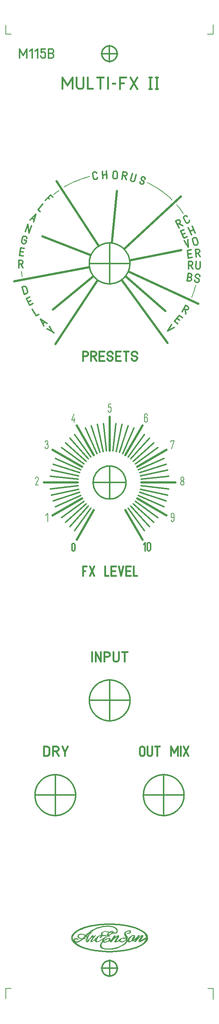
<source format=gbr>
G04 CAM350/DFMSTREAM V12.1 (Build 1022) Date:  Wed Sep 01 16:15:22 2021 *
G04 Database: D:\Mes documents\Projects\Modular Synth\M115B Multi Effects II\Front panel design\CAM350\M115B.cam *
G04 Layer 14: M115B_front_panel *
%FSLAX23Y23*%
%MOIN*%
%SFA1.000B1.000*%

%MIA0B0*%
%IPPOS*%
%ADD10C,0.00551*%
%ADD11C,0.00787*%
%ADD12C,0.01024*%
%ADD13C,0.01102*%
%ADD14C,0.01181*%
%ADD16C,0.01339*%
%ADD17C,0.01417*%
%ADD18C,0.01496*%
%ADD19C,0.01654*%
%ADD70C,0.01732*%
%ADD71C,0.01890*%
%ADD20C,0.01969*%
%LNM115B_front_panel*%
%LPD*%
G54D10*
X965Y614D02*
G01X969Y619D01*
X972Y620*
X975*
X978Y621*
X983Y622*
X985Y620*
X979*
X978*
X975*
X972Y618*
X970Y616*
X969Y613*
X973Y612*
X976Y611*
X982Y609*
Y610*
X892Y586D02*
G01X898D01*
X900Y584*
X905Y583*
X909Y582*
X915*
X921*
X926Y583*
X931Y584*
X935Y585*
X939Y586*
X944Y585*
X937Y584*
X928Y582*
X923Y581*
X917*
X909*
X897*
X947Y585D02*
G01X951Y589D01*
X954*
X958Y590*
X964Y593*
X969Y594*
X973Y595*
X978Y598*
X981Y600*
X982*
X983Y604*
X993Y608*
X990Y605*
X984Y601*
X979Y598*
X974Y596*
X968Y593*
X963Y591*
X955Y589*
X802Y580D02*
G01X805Y585D01*
X808Y586*
X810Y587*
X822Y577D02*
G01X825Y580D01*
X832Y583*
X828Y579*
X900Y552D02*
G01X898Y545D01*
X897Y541*
X896Y536*
Y532*
Y530*
X898Y526*
X901Y524*
X905Y523*
X907Y522*
X910Y521*
X914Y520*
X923Y521*
X927Y522*
X933Y523*
X943Y526*
X951Y529*
X961Y533*
X971Y537*
X983Y545*
X980Y544*
X966Y537*
X967Y540*
Y547*
Y550*
Y553*
X964Y556*
X962Y557*
X955*
X951*
X945Y555*
X937Y552*
X927Y547*
X919Y542*
X911Y537*
X907Y534*
X906Y539*
X907Y543*
Y548*
X911Y551*
X913Y555*
X919Y560*
X922Y562*
X926Y565*
X931Y569*
X908Y557D02*
G01X903Y546D01*
X901Y537*
X902Y530*
X906Y532*
Y533*
X905*
X906Y532*
X907Y535*
X904Y532D02*
G01X907Y534D01*
X917Y540*
X926Y545*
X933Y549*
X936Y550*
X941Y553*
X946*
X951*
X955*
X958Y550*
X959Y546*
Y543*
X957Y539*
X956Y536*
X953Y533*
X950Y531*
X947Y529*
X942Y526*
X936Y525*
X931Y523*
X923Y522*
X917Y523*
X914Y525*
X911Y526*
X909Y527*
X907Y530*
X905Y527*
X957Y555D02*
G01X964Y551D01*
X963Y542*
X962Y534*
X982Y542D02*
G01Y546D01*
X1002Y577*
X1003Y579*
X1008Y580*
X1006*
X1010Y581*
X1013*
X1014*
X1004Y567*
X998Y553*
X1002Y555*
X1006Y557*
X1007Y558*
X1015Y566*
X1022Y572*
X1026Y575*
X1030Y578*
X1033Y580*
X1037Y581*
X1038Y582*
X1042*
X1044Y580*
X1045Y578*
Y573*
X1041Y565*
X1023Y537*
X1022Y533*
X1021Y531*
X1024Y530*
X1026Y529*
X1030Y530*
X1033Y531*
X1040Y534*
X1045Y537*
X1049Y539*
X1050Y542*
X1051Y544*
X1053Y548*
X1058Y550*
X1063Y553*
X1068Y555*
X1073Y557*
X1078Y558*
X1085Y559*
X1092*
X1097*
X1103*
X1107Y558*
X1112Y556*
X1120Y548*
X1126Y537*
X978Y539D02*
G01X974Y533D01*
X969Y522*
X976Y523*
X982Y530*
X990Y539*
X1002Y552*
X1014Y562*
X1023Y570*
X1029Y574*
X1033*
X1035*
X1033Y568*
X1015Y540*
X1011Y533*
X1010Y530*
Y526*
Y524*
X1013Y522*
X1014*
X1020*
X1023Y523*
X1036Y530*
X1045Y533*
X1049*
X1051Y532*
X1052Y530*
X1053Y529*
X1058Y526*
X1061*
X1065Y525*
X1078*
X1085Y526*
X1092Y528*
X1100Y532*
X1106Y536*
X1113Y541*
X1116Y544*
X1113Y551*
Y553*
X1111*
X1107Y556*
X1102Y557*
X1098Y558*
X1093*
X1085Y557*
X1077Y556*
X1072Y553*
X1068Y552*
X1065Y549*
X1061Y545*
X1060Y541*
X1058Y537*
X1059Y533*
X1061Y530*
X1064Y528*
X1068Y526*
X1072*
X1081*
X1087Y527*
X1093Y530*
X1098Y533*
X1104Y537*
X1108Y540*
X1111Y544*
X1112Y546*
X1114Y550*
X1061Y549D02*
G01X1056Y543D01*
X1050Y537*
X1054*
X1057Y531*
X1024Y526D02*
G01X1018Y527D01*
X1014Y528*
X1017Y531*
X1029Y554*
X1041Y576*
X1037Y577*
X1007Y578D02*
G01X975Y528D01*
X998Y553*
X900Y532D02*
G01X896Y528D01*
X888Y517*
X883Y509*
X879Y500*
X877Y494*
Y484*
X879Y478*
X880Y475*
X884Y470*
X890Y467*
X897Y463*
X902Y462*
X911Y459*
X908Y460D02*
G01X911Y459D01*
X920Y457*
X927Y456*
X965*
X990Y458*
X999Y460*
X1013Y463*
X1024Y467*
X1019Y465D02*
G01X1029Y468D01*
X1045Y474*
X1058Y479*
X1070Y486*
X1085Y493*
X1094Y500*
X1104Y507*
X1111Y514*
X1115Y518*
X1120Y523*
X1122Y528*
X1125Y533*
X1119Y541*
Y536*
X1116Y530*
X1113Y524*
X1107Y517*
X1101Y510*
X1090Y501*
X1079Y494*
X1069Y488*
X1060Y483*
X1047Y478*
X1034Y473*
X1022Y469*
X1007Y466*
X998Y464*
X989Y463*
X977Y461*
X967Y460*
X946Y459*
X937*
X927Y460*
X919Y461*
X911Y463*
X904Y467*
X899Y468*
X895Y470*
X892Y473*
X888Y476*
X886Y479*
X884Y482*
Y486*
X883Y490*
Y494*
X884Y499*
X886Y505*
X888Y510*
X892Y515*
X896Y521*
X900Y526*
X878Y490D02*
G01X884Y477D01*
X892Y469*
X1112Y516D02*
G01X1124Y536D01*
X1113Y553D02*
G01X1114Y557D01*
X1115Y560*
X1114Y563*
X1113Y565*
X1104Y580*
X1101Y585*
X1100Y589*
X1099Y592*
Y597*
X1100Y602*
X1102Y607*
X1106Y611*
X1110Y615*
X1116Y619*
X1121Y622*
X1127Y624*
X1132Y625*
X1136Y626*
X1149*
X1153Y625*
X1156Y623*
X1157Y620*
X1156Y616*
X1155Y612*
X1151Y608*
X1144Y604*
X1138Y603*
X1132Y601*
X1129*
X1124*
X1125Y602*
X1130*
X1132Y603*
X1140Y605*
X1145Y608*
X1147Y610*
X1148Y613*
X1149Y616*
Y618*
X1148Y620*
X1147Y622*
X1146Y623*
X1144Y624*
X1140*
X1136*
X1132*
X1130*
X1125Y622*
X1120Y620*
X1117Y617*
X1113Y613*
X1110Y609*
X1108Y605*
Y599*
Y595*
X1111Y590*
X1121Y573*
X1124Y569*
Y564*
Y557*
X1123Y554*
X1120Y550*
X1117Y552*
X1121Y566*
X1118*
X1116Y574*
X1113Y575*
X1107Y587*
X1104Y594*
Y605*
X1112Y615*
X1120Y620*
X1128Y624*
X1136Y625*
X1148*
X1153Y621*
X1152Y614*
X1128Y537D02*
G01Y541D01*
X1129*
X1131Y545*
X1132Y550*
X1134Y554*
X1140Y561*
X1145Y566*
X1150Y571*
X1155Y575*
X1159Y578*
X1165Y581*
X1171Y585*
X1175*
X1181*
X1186*
X1188Y582*
X1191Y580*
Y575*
X1192Y570*
X1191Y565*
X1187Y558*
X1185Y554*
X1182Y549*
X1179Y545*
X1176Y543*
X1177Y541*
X1165Y532*
X1159Y530*
X1155Y527*
X1149Y526*
X1145Y524*
X1139*
X1136Y525*
X1132Y526*
X1130Y529*
X1128Y531*
X1140Y535*
Y537*
Y542*
X1143Y547*
X1144Y552*
X1148Y557*
X1152Y562*
X1155Y567*
X1157Y571*
X1161Y574*
X1164Y577*
X1167Y580*
X1171Y581*
X1175Y583*
X1177Y582*
X1181Y581*
X1183Y579*
X1184Y575*
Y570*
X1183Y568*
X1177Y562*
X1173Y557*
X1171Y551*
X1168Y546*
X1167Y541*
X1166Y538*
X1163Y534*
X1158Y532*
X1154Y530*
X1151Y528*
X1148Y527*
X1144*
Y529*
X1141Y530*
X1140Y533*
X1134Y530*
X1139Y528*
X1132Y535*
X1134Y539*
X1140Y554*
X1152Y569*
X1165Y581*
X1174Y584*
X1182*
X1187Y575*
X1186Y563*
X1167Y537*
X1183Y563*
X1254Y622D02*
G01X1269Y612D01*
X1281Y602*
X1288Y593*
X1293Y586*
X1297Y577*
X1301Y566*
X1296Y549*
Y541*
X1274Y508D02*
G01X1282Y522D01*
X1289Y531*
X1293Y536*
Y539*
X1297Y545*
X1284Y610D02*
G01X1289Y607D01*
X1299Y596*
X1304Y589*
X1309Y581*
X1310Y573*
X1311Y565*
Y553*
Y549*
X1309Y541*
X1304Y533*
X1300Y527*
X1293Y520*
X1166Y537D02*
G01X1170Y533D01*
X1175Y532*
X1177Y533*
X1181Y534*
X1185Y537*
X1199Y549*
X1203Y547*
X1204Y545*
X1203Y544*
Y543*
X1191Y526*
X1200Y527*
X1202Y528*
X1207Y534*
X1215Y544*
X1224Y554*
X1230Y561*
X1238Y568*
X1243Y573*
X1249Y577*
X1253Y578*
X1258Y577*
X1256Y572*
X1253Y566*
X1233Y536*
X1232Y532*
Y529*
X1233Y527*
X1236Y526*
X1238Y525*
X1242Y526*
X1246Y527*
X1296Y553*
X1303Y565*
X1299Y562*
X1244Y533*
X1246Y541*
X1266Y571*
X1268Y577*
X1269Y581*
X1268Y584*
X1266Y585*
X1262*
X1256Y584*
X1251Y581*
X1242Y574*
X1228Y561*
X1222Y556*
X1224Y565*
Y568*
X1236Y584*
Y585*
X1230*
X1226Y582*
X1224Y580*
X1218Y569*
X1200Y553*
X1190Y543*
X1184Y539*
X1183Y538*
X1179Y539*
X1174Y535*
X1180Y536*
X1187Y541*
X1195Y547*
X1207Y553*
X1205Y543*
X1199Y531*
X1221Y557*
X1208Y548*
X1222Y564*
X1207Y553*
X1222Y569*
X1230Y581*
X1216Y556*
X1226Y560*
X1230Y561*
X1235Y566*
X1243Y573*
X1251Y579*
X1261Y582*
X1266Y581*
X1235Y531*
X1240Y533*
X1238Y529*
X1296Y557*
X1238Y528*
X1240Y537*
X1262Y578*
X1105Y585D02*
G01X1112Y571D01*
X1120Y569*
Y564D02*
G01X1115Y577D01*
X1108Y589*
X1100Y593*
X1109Y581*
X1120Y553*
X1116Y544*
X1124Y537*
X1132Y533*
X1137Y553*
X900Y539D02*
G01X901Y529D01*
X909Y524*
G54D11*
X56Y98D02*
G01X6D01*
X54Y8861D02*
G01X4D01*
X1912D02*
G01X1862D01*
X1915Y96D02*
G01Y-2D01*
X1916Y8864D02*
G01X1915Y8947D01*
X741Y580D02*
G01X738Y583D01*
X733Y586*
X728Y589*
X725Y591*
X719Y593*
X715Y594*
X708Y595*
X703Y596*
X696*
X689Y594*
X684Y593*
X680Y592*
X676Y589*
X673Y584*
X671Y580*
X670Y576*
Y573*
X671Y569*
X670Y571*
X672Y568*
X675Y564*
X672Y568*
X674Y565*
X676Y562*
X679Y561*
X683Y559*
X686Y558*
X690Y557*
X691Y556*
X696Y555*
X703Y553*
X717*
X732*
X734Y554*
X705Y553*
X696Y555*
X690Y557*
X684Y560*
X679Y563*
X678Y565*
X676Y566*
X675Y568*
Y570*
X674Y573*
Y576*
Y579*
X675Y581*
X676Y585*
X679Y588*
X683Y591*
X687Y593*
X694Y594*
X700*
X709*
X717Y593*
X721Y590*
X725Y589*
X731Y585*
X734Y582*
X738Y581*
X733Y575*
X718Y560*
X712Y555*
X728Y568D02*
G01X739Y583D01*
X746Y589*
X753Y595*
X758Y599*
X761Y602*
X738Y580D02*
G01X743Y575D01*
X749Y570*
X755Y564*
X751Y558*
X749Y553*
X747Y549*
X746Y545*
Y539*
Y535*
X748Y531*
X750Y527*
X752Y526*
X753Y524*
X755Y525*
X758Y526*
X764Y531*
X775Y543*
X780Y549*
X784Y556*
X793Y567*
X795Y569*
X794Y568*
X811Y569*
X810Y565*
X809Y561*
X803Y555*
X799Y549*
X795Y544*
X792Y539*
X789Y534*
X788Y532*
Y529*
X789Y527*
X790Y526*
X793Y525*
X798Y526*
X804Y529*
X810Y532*
X817Y537*
X825Y545*
X833Y553*
X842Y561*
X848Y569*
X852Y573*
X858Y576*
X863Y578*
X867Y581*
X871Y582*
X873Y584*
X880*
X889*
X740Y582D02*
G01X745Y577D01*
X759Y561*
X752Y553*
X750Y549*
X748Y545*
X747Y539*
X748Y534*
X749Y531*
X751Y529*
X755Y530*
X757Y532*
Y533*
X758Y534*
X760Y538*
Y540*
X761Y544*
Y547*
Y557*
Y555*
Y550*
X762Y545*
Y537*
X766Y539*
X767Y540*
X770Y541*
X774Y545*
X780Y552*
X785Y559*
X791Y566*
X793Y570*
X797Y575*
X800Y578*
X803Y581*
X806Y584*
X804Y579*
X807Y576*
X809Y575*
X810*
X814Y576*
X817Y577*
X822*
X825Y578*
X828Y580*
X810Y557*
X801Y542*
X797Y537*
Y534*
Y532*
X799Y530*
X801*
X802Y529*
X796Y527*
X792Y531*
X754Y563D02*
G01X757Y569D01*
X762Y577*
X769Y587*
X774Y595*
X780Y601*
X783Y608*
X786Y612*
X795Y616*
X789Y608*
X783Y600*
X777Y592*
X770Y583*
X766Y575*
X758Y564*
X789Y612D02*
G01X795Y617D01*
X799Y622*
X802Y625*
X806Y628*
X811Y632*
X814Y633*
X817Y635*
X819Y636*
X823Y639*
X827Y641*
X830Y643*
X834Y645*
X837Y646*
X842Y648*
X639Y530D02*
G01Y536D01*
X637Y538*
Y541*
X638Y543*
X640Y545*
Y547*
X642Y549*
X644Y550*
X647Y552*
X652Y553*
X656*
X829Y549D02*
G01Y541D01*
X830Y533*
X831Y531*
X832Y529*
X834Y527*
X836Y526*
X839Y525*
X842*
X845*
X852Y526*
X857Y528*
X863Y530*
X869Y533*
X877Y538*
X884Y543*
X888Y546*
X895Y550*
X903Y555*
X913Y561*
X919Y565*
X923Y566*
X928Y569*
X933Y571*
X939Y573*
X944Y574*
X948Y576*
X954Y578*
X958*
X963Y579*
X964Y580*
X960*
X956Y581*
X952Y585*
X950Y588*
X948Y589*
Y592*
Y594*
Y596*
X950Y600*
X951Y603*
X953Y606*
X955Y608*
X961Y613*
X966Y616*
X969Y618*
X869Y581D02*
G01X864Y578D01*
X860Y574*
X856Y569*
X851Y564*
X848Y560*
X844Y553*
X842Y549*
X841Y544*
X840Y538*
Y535*
X841Y532*
X842Y530*
X844Y529*
X846Y528*
X850Y527*
X852*
X856*
X858Y528*
X844Y558D02*
G01X836Y548D01*
X835Y541*
X836Y530*
X800Y572D02*
G01X817Y573D01*
X874Y565D02*
G01X872D01*
X877Y569*
X879Y570*
X881Y573*
Y577*
Y580*
X880Y581*
X879Y583*
X876*
X874Y565D02*
G01X879D01*
X882Y568*
X884Y570*
X888Y573*
Y575*
Y577*
X892Y581*
X896Y582*
Y581*
X885Y586*
X884Y587*
Y596*
X885Y599*
X886Y602*
X888Y604*
X890Y608*
X893Y611*
X896Y613*
X900Y615*
X905Y616*
X909Y619*
X914Y620*
X920*
X927*
X932Y619*
X936Y618*
X943Y617*
X948Y616*
X953Y614*
X956*
X960*
X897Y583D02*
G01X896Y585D01*
X893Y587*
X892Y589*
Y590*
Y592*
X891Y593*
Y594*
Y598*
X892Y600*
Y603*
X893Y605*
X895Y608*
X896Y610*
X899Y612*
X902Y615*
X905Y616*
X957Y612D02*
G01X951Y608D01*
X947Y605*
X946Y604*
X944Y600*
X943Y598*
X942Y594*
Y590*
Y586*
X943*
X950Y581*
X967Y616D02*
G01X969Y618D01*
X963Y612*
X964*
X970Y611*
X977Y609*
X983Y608*
X994Y609*
X990D02*
G01Y610D01*
Y613*
Y616*
X989Y619*
X988Y620*
X986*
X983Y621*
X989Y620*
X993*
X994Y618*
X995Y617*
Y614*
X904Y4742D02*
G01X1020D01*
X962Y4800D02*
G01Y4683D01*
X1914Y98D02*
G01X1864D01*
X542Y7457D02*
G01X572Y7473D01*
X600Y7488*
X632Y7502*
X661Y7515*
X693Y7527*
X726Y7537*
X755Y7546*
X780Y7553*
X1537Y7338D02*
G01X1518Y7356D01*
X1496Y7376*
X1473Y7395*
X1449Y7413*
X1419Y7435*
X1396Y7449*
X1370Y7465*
X1342Y7480*
X1308Y7498*
X1578Y7293D02*
G01X1592Y7278D01*
X1605Y7262*
X1618Y7244*
X1633Y7222*
X1640Y7213*
X1719Y6445D02*
G01X1727Y6466D01*
X1734Y6486*
X1743Y6514*
X1750Y6535*
X1755Y6557*
X494Y7424D02*
G01X474Y7409D01*
X447Y7388*
X154Y6634D02*
G01X151Y6659D01*
X148Y6685*
X4Y8861D02*
G01Y8944D01*
Y100D02*
G01Y2D01*
G54D12*
X784Y452D02*
G01X748Y464D01*
X716Y475*
X701Y481*
X688Y487*
X675Y494*
X668Y498*
X661Y502*
X657Y506*
X652Y510*
X649Y513*
X648Y514*
X644Y523*
X708Y549D02*
G01X722Y560D01*
X728Y565*
X735Y573*
X744Y582*
X751Y590*
X758Y596*
X762Y602*
X628Y525D02*
G01X631Y534D01*
X632Y540*
X633Y543*
X635Y547*
X636Y550*
X639Y553*
X641*
X643Y554*
X646Y555*
X663Y525D02*
G01X674Y529D01*
X683Y532*
X689Y536*
X697Y541*
X706Y547*
X719Y559*
X749Y589*
X758Y597*
X770Y608*
X778Y615*
X789Y624*
X802Y632*
X815Y638*
X832Y646*
X847Y652*
X864Y657*
X882Y662*
X899Y666*
X912Y667*
X923Y669*
X959*
X970Y667*
X978Y666*
X994Y662*
X1007Y656*
X1018Y649*
X1024Y644*
X1028Y638*
X1030Y630*
Y623*
Y617*
X1027Y614*
X1022Y611*
X1014Y608*
X1003*
X994*
X1016Y651D02*
G01X1022Y645D01*
X1025Y641*
X1028Y636*
X1030Y629*
Y624*
X1028Y619*
X1026Y615*
X1024Y613*
X1021Y612*
G54D13*
X664Y526D02*
G01X663D01*
X662Y525*
X661*
X660*
X659*
X658*
X657*
Y525*
X656*
X655*
X654*
X653*
X652*
Y526*
X651*
X650*
X649*
X648*
Y527*
X647*
X646*
X645Y528*
X644*
Y529*
X643*
Y530*
X642*
X641*
X640Y531*
Y532*
Y532*
X639*
Y533*
X638*
Y534*
X637*
Y535*
X636*
Y536*
Y537*
Y538*
Y539*
Y540*
Y541*
Y542*
Y543*
Y544*
Y545*
Y546*
X637Y547*
X638Y548*
Y549*
X639*
X640Y550*
Y551*
X641*
Y552*
X642*
X643*
Y553*
X644*
X645*
X646Y554*
X647*
X648*
X649*
Y555*
X650*
X651*
X652*
X653*
X654*
X655*
X656*
X657*
Y555*
Y554*
X658*
X659*
X660Y553*
X661*
X662*
X663*
X664*
Y552*
X665*
X666*
X667Y551*
Y550*
X668*
Y549*
X669*
G54D14*
X1459Y2060D02*
G01X1460Y1684D01*
X962Y356D02*
G01X961Y207D01*
X1019Y8642D02*
G01X1018Y8641D01*
Y8640*
X1017Y8639*
X1016Y8637*
X1015Y8636*
X1014Y8635*
X1013Y8634*
X1012Y8633*
X1011Y8632*
X1010Y8631*
X1009Y8630*
X1008Y8629*
X1007Y8628*
X1006Y8627*
X1005Y8626*
X1004Y8625*
X1002Y8624*
X1000Y8623*
X999Y8622*
X998Y8621*
X997Y8620*
X995*
X994Y8619*
X993Y8618*
X992*
X990Y8617*
Y8616*
X988*
X986Y8615*
X984Y8614*
X983*
X982Y8613*
X980Y8612*
X979*
X978*
X976*
X975Y8611*
X974*
X972*
X970Y8610*
X969*
X967*
X966*
X964*
X963*
X962*
X960*
X959*
X957*
X956*
X955*
X953*
X951*
X950*
X949*
X947Y8611*
X946*
X944*
X943Y8612*
X942*
X940*
X939*
X938Y8613*
X936Y8614*
X935*
X934Y8615*
X932Y8616*
X931*
X930*
X929Y8617*
X927Y8618*
X925Y8619*
X924Y8620*
X923*
X922Y8621*
X920Y8622*
X919Y8623*
X918Y8624*
X917*
X915Y8625*
Y8626*
X913Y8627*
X912Y8628*
X911Y8629*
Y8630*
X909Y8631*
X908Y8632*
X907Y8633*
Y8634*
X906Y8635*
X905Y8636*
X904Y8637*
Y8639*
X903Y8640*
X902Y8641*
X901Y8642*
X900Y8643*
Y8644*
X899Y8645*
X898Y8647*
X897Y8648*
Y8649*
X896Y8650*
Y8652*
X895*
Y8654*
X894Y8656*
X893Y8657*
X892Y8659*
Y8661*
Y8663*
X891Y8665*
Y8667*
Y8668*
X890Y8669*
Y8671*
Y8672*
Y8674*
X889Y8675*
Y8676*
Y8678*
Y8679*
Y8680*
Y8682*
Y8683*
Y8685*
Y8686*
X890Y8687*
Y8689*
Y8691*
X891Y8693*
Y8695*
Y8696*
X892Y8698*
Y8699*
Y8700*
Y8702*
Y8703*
X893Y8704*
X894Y8706*
Y8707*
X895Y8708*
Y8710*
X896Y8711*
Y8712*
X897Y8713*
Y8715*
X898*
X899Y8717*
X900Y8718*
Y8719*
X901*
X902Y8720*
X903Y8722*
X904*
Y8724*
X905Y8725*
X906Y8726*
X907Y8727*
Y8728*
X908Y8729*
X909Y8730*
X911Y8731*
Y8732*
X912Y8733*
X913Y8734*
X915Y8735*
Y8736*
X917Y8737*
X918Y8738*
X919*
X920Y8739*
X922Y8740*
X923Y8741*
X924Y8742*
X925*
X927Y8743*
X929Y8744*
X930Y8745*
X931Y8746*
X933*
X934*
X935Y8747*
X936*
X938Y8748*
X939Y8749*
X940*
X942Y8750*
X943*
X944*
X946*
X947*
X949Y8751*
X950*
X951*
X953*
X955*
X956*
X957*
X959*
X960Y8752*
X962Y8751*
X963*
X964*
X966*
X967*
X969*
X970*
X972Y8750*
X974*
X975*
X976*
X978*
X979Y8749*
X980*
X982Y8748*
X983Y8747*
X984*
X986Y8746*
X987*
X988*
X990Y8745*
Y8744*
X992Y8743*
X993*
X994Y8742*
X995*
X997Y8741*
X998Y8740*
X999Y8739*
X1000Y8738*
X1002*
Y8737*
X1004Y8736*
X1005Y8735*
X1006Y8734*
X1007Y8733*
X1008Y8732*
X1009Y8731*
X1010Y8730*
X1011Y8729*
X1012Y8728*
X1013Y8727*
X1014Y8726*
X1015Y8725*
X1016Y8724*
X1017Y8722*
X1018*
Y8720*
X1019Y8719*
X1020*
X1021Y8718*
X1022Y8717*
Y8715*
X1023*
Y8713*
X1024Y8712*
X1025Y8711*
X1026Y8710*
Y8708*
Y8707*
Y8706*
X1027Y8704*
X1028Y8703*
Y8702*
X1029Y8700*
Y8699*
Y8698*
X1030Y8696*
Y8695*
Y8693*
Y8691*
Y8689*
Y8687*
X1031Y8686*
Y8685*
Y8683*
Y8682*
Y8680*
Y8679*
Y8678*
Y8676*
Y8675*
X1030Y8674*
Y8672*
Y8671*
Y8669*
Y8668*
Y8667*
Y8665*
X1029Y8663*
Y8661*
X1028Y8659*
X1027Y8657*
X1026Y8656*
Y8654*
Y8652*
X1025*
X1024Y8650*
X1023Y8649*
Y8648*
X1022Y8647*
Y8645*
X1021Y8644*
X1020Y8643*
X1019Y8642*
X885Y8681D02*
G01X1034Y8680D01*
X885Y8681*
X960Y8756D02*
G01Y8605D01*
X1020Y242D02*
G01X1019Y241D01*
X1018Y239*
Y238*
X1017Y237*
X1016Y236*
X1015Y234*
X1014*
X1013Y233*
X1012Y232*
X1011Y230*
X1010*
X1009Y229*
X1008Y228*
X1007Y226*
X1006*
X1005Y225*
X1003Y224*
X1002Y223*
X1001Y222*
X1000*
X998Y221*
Y220*
X996Y219*
X995*
X994*
X993*
X991Y218*
X990Y217*
X989Y216*
X987*
X986Y215*
X985*
X984*
X982Y214*
X981*
X980Y213*
X978*
X977*
X976Y212*
X974*
X973*
X971Y211*
X970*
X969*
X968*
X967*
X966*
X964*
X963*
X961*
X960*
X959*
X957*
X955*
X953*
X951*
X950*
X949Y212*
X947*
X946*
X944Y213*
X943*
X942*
X940Y214*
X939*
X938Y215*
X936*
X935*
X934Y216*
X932*
X931Y217*
X930Y218*
X929Y219*
X927*
X925*
X924Y220*
X923Y221*
X922Y222*
X921*
X919Y223*
Y224*
X917Y225*
X916Y226*
X915*
X914Y228*
X913Y229*
X912Y230*
X911*
X910Y232*
X909Y233*
X908Y234*
X907*
Y236*
X906Y237*
X905Y238*
X904Y239*
Y241*
X903Y242*
X902Y243*
X901Y244*
X900Y246*
X899Y248*
Y249*
X898Y250*
X897Y251*
X896Y253*
Y254*
Y255*
X895Y257*
Y258*
X894Y259*
X893Y261*
Y262*
X892Y263*
Y265*
Y266*
Y267*
Y269*
X891Y270*
Y271*
Y273*
Y274*
Y276*
Y277*
Y278*
Y280*
X890Y282*
X891*
Y283*
Y285*
Y286*
Y287*
Y289*
Y290*
Y292*
X892Y293*
Y294*
Y296*
Y297*
Y298*
X893Y300*
Y301*
X894Y303*
X895Y304*
Y305*
X896Y307*
Y308*
Y309*
X897Y311*
X898Y312*
X899Y313*
Y314*
X900Y316*
Y317*
X901Y318*
X902Y319*
X903Y321*
X904*
Y323*
X905Y324*
X906Y325*
X907Y326*
Y328*
X908Y329*
X909*
X910Y330*
X911Y332*
X912Y333*
X913*
X914Y334*
X915Y336*
X916Y337*
X917*
X919Y338*
Y339*
X921Y340*
X922Y341*
X923*
X924Y342*
X925Y343*
X927Y344*
Y344*
X929*
X930*
X931Y345*
X932Y346*
X934*
X935Y347*
X936*
X938Y348*
X939*
X940*
X942Y349*
X943*
X944*
X946Y350*
X947*
X949*
X950Y351*
X951*
X953*
X955Y352*
X957*
X959*
X960*
X961*
X963*
X964*
X966*
X967*
X968*
X969Y351*
X970*
X971*
X973Y350*
X974*
X976*
X977Y349*
X978*
X980*
X981Y348*
X982*
X984*
X985Y347*
X986*
X988Y346*
X989*
X990Y345*
X991Y344*
X993*
X994*
X995*
X996Y343*
X998Y342*
Y341*
X1000*
X1001Y340*
X1002Y339*
X1003Y338*
X1005Y337*
X1006*
X1007Y336*
X1008Y334*
X1009Y333*
X1010*
X1011Y332*
X1012Y330*
X1013Y329*
X1014*
X1015Y328*
X1016Y326*
X1017Y325*
X1018Y324*
Y323*
X1019Y321*
X1020*
X1021Y319*
X1022Y318*
Y317*
X1023Y316*
X1024Y314*
Y313*
X1025Y312*
X1026Y311*
Y309*
Y308*
X1027Y307*
Y305*
X1028Y304*
X1029Y303*
Y301*
X1030Y300*
Y298*
Y297*
Y296*
Y294*
Y293*
X1031Y292*
Y290*
Y289*
X1032Y287*
Y286*
Y285*
Y283*
Y282*
Y280*
Y278*
Y277*
Y276*
X1031Y274*
Y273*
Y271*
Y270*
X1030Y269*
Y267*
Y266*
Y265*
Y263*
Y262*
X1029Y261*
Y259*
X1028Y258*
X1027Y257*
Y255*
X1026Y254*
Y253*
Y251*
X1025Y250*
X1024Y249*
Y248*
X1023Y246*
X1022*
Y244*
X1021Y243*
X1020Y242*
X887Y282D02*
G01X1036D01*
X887*
X1087Y4658D02*
G01X1085Y4656D01*
X1084Y4654*
X1081Y4652*
X1080Y4649*
X1078Y4647*
X1076Y4644*
X1074Y4642*
X1072Y4640*
X1070Y4637*
X1068Y4636*
X1066Y4633*
X1064Y4632*
X1061Y4629*
X1059Y4628*
X1057Y4625*
X1054Y4624*
X1052Y4622*
X1049Y4620*
X1047Y4618*
X1045Y4616*
X1042Y4615*
X1040Y4613*
X1037Y4612*
X1034Y4610*
X1032Y4608*
X1030*
X1027Y4606*
X1025Y4604*
X1022*
X1019Y4602*
X1017Y4601*
X1014Y4600*
X1011Y4599*
X1008Y4598*
X1006Y4597*
X1002Y4596*
X999*
X997Y4595*
X994Y4594*
X990*
X987Y4593*
X985*
X982*
X978*
X975Y4592*
X973*
X970*
X967*
X964*
X962*
X959*
X955*
X952*
X950*
X947*
X943Y4593*
X940*
X938*
X935*
X931Y4594*
X928*
X926Y4595*
X923Y4596*
X919*
X917Y4597*
X914Y4598*
X911Y4599*
X908Y4600*
X907Y4601*
X904Y4602*
X901Y4604*
X898*
X896Y4606*
X893Y4608*
X890*
X888Y4610*
X885Y4612*
X882Y4613*
X880Y4615*
X877Y4616*
X875Y4618*
X872Y4620*
X870Y4622*
X868Y4624*
X865Y4625*
X863Y4628*
X860Y4629*
X858Y4632*
X856Y4633*
X854Y4636*
X852Y4637*
X850Y4640*
X848Y4642*
X846Y4644*
X844Y4647*
X843Y4649*
X841Y4652*
X839Y4654*
X837Y4656*
X836Y4658*
X834Y4660*
X833Y4663*
X831Y4666*
X829Y4668*
X828Y4671*
X827Y4674*
X825Y4676*
X824Y4679*
X823Y4682*
X821Y4684*
Y4687*
X820Y4690*
X819Y4693*
X817Y4695*
Y4699*
X816Y4701*
X815Y4704*
Y4707*
X814Y4710*
X813Y4713*
Y4716*
Y4719*
X812Y4721*
X811Y4724*
Y4727*
Y4730*
X810Y4733*
Y4736*
Y4739*
Y4742*
Y4745*
Y4748*
Y4751*
X811Y4754*
Y4757*
Y4760*
X812Y4763*
X813Y4766*
Y4769*
Y4772*
X814Y4775*
X815Y4778*
Y4781*
X816Y4783*
X817Y4786*
Y4789*
X819Y4792*
X820Y4794*
X821Y4797*
X822Y4800*
X823Y4803*
X824Y4805*
X825Y4808*
X827Y4811*
X828Y4813*
X829Y4816*
X831Y4819*
X833Y4821*
X834Y4824*
X836Y4826*
X837Y4829*
X839Y4831*
X841Y4833*
X843Y4836*
X844Y4838*
X846Y4841*
X848Y4843*
X850Y4844*
X852Y4847*
X854Y4848*
X856Y4851*
X858Y4852*
X860Y4855*
X863Y4856*
X865Y4859*
X868Y4860*
X870Y4862*
X872Y4864*
X875Y4866*
X877Y4868*
X880Y4869*
X882Y4871*
X885Y4872*
X888Y4874*
X890Y4876*
X893Y4877*
X896Y4879*
X898Y4880*
X901Y4881*
X904Y4882*
X907Y4884*
X908*
X911Y4885*
X914Y4886*
X917Y4888*
X919*
X923Y4889*
X926*
X928Y4890*
X931Y4891*
X935Y4892*
X938*
X940*
X943Y4893*
X947*
X950*
X952Y4894*
X955*
X959*
X962*
X964*
X967*
X970*
X973Y4893*
X975*
X978*
X982Y4892*
X985*
X987*
X990Y4891*
X994Y4890*
X997Y4889*
X999*
X1002Y4888*
X1006*
X1008Y4886*
X1011Y4885*
X1014Y4884*
X1017*
X1019Y4882*
X1022Y4881*
X1025Y4880*
X1027Y4879*
X1030Y4877*
X1032Y4876*
X1034Y4874*
X1037Y4872*
X1040Y4871*
X1042Y4869*
X1045Y4868*
X1047Y4866*
X1049Y4864*
X1052Y4862*
X1054Y4860*
X1057Y4859*
X1059Y4856*
X1061Y4855*
X1064Y4852*
X1066Y4851*
X1068Y4848*
X1070Y4847*
X1072Y4844*
X1074Y4843*
X1076Y4841*
X1078Y4838*
X1080Y4836*
X1081Y4833*
X1084Y4831*
X1085Y4829*
X1087Y4826*
X1089Y4824*
X1090Y4821*
X1092Y4819*
X1093Y4816*
X1094Y4813*
X1095Y4811*
X1096Y4808*
X1098Y4805*
X1099Y4803*
X1100Y4800*
X1101Y4797*
X1103Y4794*
X1104Y4792*
Y4789*
X1105Y4786*
X1106Y4783*
X1107Y4781*
X1108Y4778*
Y4775*
X1109Y4772*
X1110Y4769*
Y4766*
X1111Y4763*
Y4760*
X1112Y4757*
Y4754*
Y4751*
Y4748*
Y4745*
Y4742*
Y4739*
Y4736*
Y4733*
Y4730*
Y4727*
X1111Y4724*
Y4721*
X1110Y4719*
Y4716*
X1109Y4713*
X1108Y4710*
Y4707*
X1107Y4704*
X1106Y4701*
X1105Y4699*
X1104Y4695*
Y4693*
X1103Y4690*
X1101Y4687*
X1100Y4684*
X1099Y4682*
X1098Y4679*
X1096Y4676*
X1095Y4674*
X1094Y4671*
X1093Y4668*
X1092Y4666*
X1090Y4663*
X1089Y4660*
X1087Y4658*
X810Y4742D02*
G01X1112D01*
X961Y4894D02*
G01X962Y4591D01*
X614Y4128D02*
G01Y4124D01*
X616Y4119*
X620Y4116*
X624Y4113*
X628Y4112*
X632Y4113*
X637Y4116*
X640Y4119*
X642Y4124*
X643Y4128*
Y4167*
X642Y4171*
X640Y4176*
X637Y4179*
X632Y4182*
X628Y4183*
X624Y4182*
X620Y4179*
X616Y4176*
X614Y4171*
Y4167*
Y4128*
X1116Y6651D02*
G01X1114Y6648D01*
X1112Y6644*
X1110Y6641*
X1108Y6639*
X1105Y6636*
X1103Y6632*
X1100Y6630*
X1098Y6627*
X1096Y6624*
X1093Y6621*
X1091Y6619*
X1089Y6616*
X1085Y6614*
X1083Y6612*
X1080Y6609*
X1077Y6607*
X1074Y6604*
X1071Y6602*
X1068Y6600*
X1065Y6598*
X1061Y6596*
X1058Y6594*
X1055Y6593*
X1052Y6591*
X1049Y6589*
X1045Y6588*
X1042Y6586*
X1039Y6585*
X1035Y6583*
X1032Y6581*
X1030*
X1026Y6579*
X1022Y6577*
X1018*
X1015Y6576*
X1011Y6574*
X1008Y6573*
X1004*
X1001Y6572*
X997Y6571*
X993Y6570*
X990Y6569*
X986*
X982*
X978Y6568*
X974*
X971Y6567*
X968*
X964*
X961*
X957*
X953*
X950*
X946Y6568*
X942*
X939Y6569*
X935*
X931*
X927Y6570*
X923Y6571*
X919Y6572*
X916Y6573*
X912*
X909Y6574*
X906Y6576*
X903Y6577*
X900*
X896Y6579*
X892Y6581*
X889*
X886Y6583*
X882Y6585*
X879Y6586*
X876Y6588*
X872Y6589*
X869Y6591*
X866Y6593*
X863Y6594*
X860Y6596*
X856Y6598*
X853Y6600*
X850Y6602*
X847Y6604*
X844Y6607*
X842Y6609*
X839Y6612*
X837Y6614*
X833Y6616*
X831Y6619*
X828Y6622*
X825Y6624*
X823Y6627*
X821Y6630*
X818Y6632*
X816Y6636*
X813Y6639*
X811Y6641*
X809Y6644*
X807Y6648*
X805Y6651*
X802Y6654*
X801Y6657*
X799Y6659*
X797Y6663*
X795Y6666*
X793Y6669*
X792Y6672*
X790Y6675*
X789Y6679*
X787Y6683*
X785Y6686*
Y6690*
X783Y6693*
X782Y6697*
Y6700*
X781Y6704*
X779Y6707*
X778Y6711*
Y6715*
X777Y6719*
X776Y6722*
X775Y6725*
Y6729*
X774Y6732*
Y6736*
Y6740*
Y6743*
Y6747*
Y6751*
Y6754*
Y6758*
Y6762*
Y6766*
Y6770*
Y6774*
Y6777*
X775Y6781*
Y6784*
X776Y6787*
X777Y6791*
X778Y6795*
Y6798*
X779Y6802*
X781Y6805*
X782Y6809*
Y6813*
X783Y6816*
X785Y6820*
Y6823*
X787Y6826*
X789Y6829*
X790Y6833*
X792Y6837*
X793Y6840*
X795Y6843*
X797Y6845*
X799Y6848*
X801Y6852*
X802Y6855*
X805Y6858*
X807Y6861*
X809Y6864*
X811Y6868*
X813Y6870*
X816Y6873*
X818Y6876*
X821Y6879*
X823Y6882*
X825Y6884*
X829Y6888*
X831Y6890*
X833Y6892*
X837Y6895*
X839Y6897*
X842Y6900*
X844Y6902*
X847Y6904*
X850Y6907*
X853*
X856Y6910*
X860Y6912*
X863Y6914*
X866Y6915*
X869Y6918*
X872Y6919*
X876Y6921*
X879Y6923*
X882Y6924*
X886Y6926*
X889Y6927*
X892Y6929*
X896Y6930*
X900Y6931*
X903Y6933*
X906Y6934*
X909Y6935*
X912Y6936*
X916Y6937*
X919Y6938*
X923Y6939*
X927*
X931Y6940*
X935*
X939Y6941*
X942*
X946Y6942*
X950*
X953*
X957*
X961Y6943*
X964Y6942*
X968*
X971*
X974*
X978Y6941*
X982*
X986Y6940*
X990*
X993Y6939*
X997*
X1001Y6938*
X1004Y6937*
X1008Y6936*
X1011Y6935*
X1015Y6934*
X1018Y6933*
X1022Y6931*
X1026Y6930*
X1030Y6929*
X1032Y6927*
X1035Y6926*
X1039Y6924*
X1042Y6923*
X1045Y6921*
X1049Y6919*
X1052Y6918*
X1055Y6915*
X1058Y6914*
X1061Y6912*
X1065Y6910*
X1068Y6907*
X1071*
X1074Y6904*
X1077Y6902*
X1080Y6900*
X1083Y6897*
X1085Y6895*
X1089Y6892*
X1091Y6890*
X1094Y6887*
X1096Y6884*
X1098Y6882*
X1100Y6879*
X1103Y6876*
X1105Y6873*
X1108Y6870*
X1110Y6868*
X1112Y6864*
X1114Y6861*
X1116Y6858*
X1119Y6855*
X1120Y6852*
X1122Y6848*
X1124Y6845*
X1126Y6843*
X1128Y6840*
X1129Y6837*
X1131Y6833*
X1132Y6829*
X1134Y6826*
X1135Y6823*
X1136Y6820*
X1138Y6816*
X1139Y6813*
X1140Y6809*
X1141Y6805*
X1142Y6802*
X1143Y6798*
X1144Y6795*
Y6791*
X1145Y6787*
X1146Y6784*
X1147Y6781*
Y6777*
X1148Y6774*
Y6770*
Y6766*
Y6762*
Y6758*
Y6754*
Y6751*
Y6747*
Y6743*
Y6740*
Y6736*
X1147Y6732*
Y6729*
X1146Y6725*
X1145Y6722*
X1144Y6719*
Y6715*
X1143Y6711*
X1142Y6707*
X1141Y6704*
X1140Y6700*
X1139Y6697*
X1138Y6693*
X1136Y6690*
X1135Y6686*
X1134Y6683*
X1132Y6679*
X1131Y6675*
X1129Y6672*
X1128Y6669*
X1126Y6666*
X1124Y6663*
X1122Y6659*
X1120Y6657*
X1119Y6654*
X1116Y6651*
X774Y6754D02*
G01X1148D01*
X961Y6942D02*
G01Y6567D01*
X1687Y7082D02*
G01X1715Y7018D01*
X1701Y7049D02*
G01X1735Y7064D01*
X1749Y7032D02*
G01X1722Y7096D01*
X1675Y7185D02*
G01X1672Y7189D01*
X1668Y7191*
X1663Y7192*
X1657Y7191*
X1652Y7190*
X1648Y7186*
X1644Y7182*
X1642Y7177*
Y7171*
X1644Y7167*
X1662Y7132*
X1665Y7129*
X1670Y7126*
X1675Y7125*
X1680Y7126*
X1686Y7128*
X1691Y7132*
X1694Y7136*
X1696Y7141*
Y7146*
X1695Y7151*
X1628Y6309D02*
G01X1662Y6371D01*
X1678Y6361*
X1683Y6358*
X1686Y6353*
X1688Y6348*
X1689Y6344*
X1688Y6339*
X1686Y6334*
X1682Y6331*
X1677Y6329*
X1671*
X1666*
X1660Y6331*
X1645Y6341*
X1660Y6331*
X1661Y6290*
X1631Y6256D02*
G01X1603Y6278D01*
X1560Y6222*
X1588Y6201*
X1582Y6250D02*
G01X1604Y6232D01*
X1531Y6194D02*
G01X1494Y6132D01*
X1555Y6168*
X1735Y6933D02*
G01X1737Y6929D01*
X1741Y6925*
X1746Y6923*
X1752Y6922*
X1758Y6923*
X1765Y6925*
X1770Y6929*
X1773Y6933*
X1774Y6939*
Y6943*
X1765Y6980*
X1762Y6985*
X1758Y6989*
X1754Y6990*
X1747Y6991*
X1741Y6990*
X1735Y6989*
X1730Y6985*
X1726Y6980*
X1725Y6975*
X1726Y6970*
X1735Y6933*
X1758Y6813D02*
G01X1752Y6883D01*
X1770Y6884*
X1777*
X1782Y6882*
X1785Y6879*
X1789Y6875*
X1791Y6870*
X1792Y6865*
X1790Y6860*
X1787Y6856*
X1783Y6852*
X1779Y6850*
X1774Y6848*
X1754Y6847*
X1774Y6848*
X1796Y6816*
X1758Y6772D02*
G01X1757Y6719D01*
X1758Y6713*
X1760Y6709*
X1764Y6705*
X1770Y6703*
X1775Y6702*
X1781Y6703*
X1785Y6704*
X1790Y6707*
X1793Y6712*
X1794Y6717*
X1796Y6771*
X1745Y6601D02*
G01Y6596D01*
X1746Y6591*
X1750Y6587*
X1754Y6583*
X1760Y6581*
X1766Y6580*
X1773Y6581*
X1778Y6583*
X1782Y6586*
X1785Y6591*
X1787Y6596*
Y6600*
X1786Y6603*
X1785Y6607*
X1782Y6610*
X1781Y6612*
X1778Y6615*
X1774Y6616*
X1770Y6617*
X1763Y6619*
X1758Y6622*
X1754Y6626*
X1751Y6632*
X1750Y6636*
X1751Y6642*
X1754Y6648*
X1758Y6652*
X1763Y6654*
X1769Y6656*
X1775*
X1779Y6655*
X1782Y6653*
X1785Y6651*
X1789Y6648*
X1791Y6645*
X1793Y6641*
Y6638*
Y6634*
X843Y7583D02*
G01X841Y7587D01*
X838Y7591*
X833Y7593*
X828Y7594*
X822*
X817Y7593*
X812Y7590*
X809Y7586*
X806Y7581*
Y7577*
X813Y7537*
X814Y7533*
X817Y7530*
X822Y7527*
X828Y7526*
X833*
X839Y7527*
X844Y7530*
X847Y7533*
X848Y7538*
Y7543*
X894Y7601D02*
G01X898Y7532D01*
X896Y7566D02*
G01X934Y7569D01*
X935Y7533D02*
G01X931Y7603D01*
X991Y7549D02*
G01X992Y7544D01*
X994Y7539*
X999Y7535*
X1005Y7533*
X1011Y7532*
X1018*
X1023Y7534*
X1028Y7537*
X1031Y7541*
X1032Y7547*
X1033Y7585*
Y7591*
X1030Y7594*
X1026Y7598*
X1021Y7600*
X1014Y7602*
X1008Y7601*
X1002Y7600*
X998Y7596*
X994Y7593*
Y7588*
X991Y7549*
X1077Y7528D02*
G01X1086Y7596D01*
X1104Y7594*
X1109Y7593*
X1115Y7590*
X1119Y7586*
X1121Y7582*
X1122Y7577*
X1121Y7572*
X1119Y7567*
X1115Y7564*
X1110Y7561*
X1104Y7560*
X1099*
X1081Y7562*
X1099Y7560*
X1114Y7522*
X1171Y7579D02*
G01X1157Y7526D01*
X1156Y7522*
X1157Y7517*
X1160Y7512*
X1165Y7509*
X1171Y7506*
X1176*
X1182*
X1187Y7509*
X1191Y7512*
X1193Y7517*
X1207Y7569*
X1242Y7505D02*
G01X1241Y7500D01*
X1242Y7494*
X1243Y7490*
X1246Y7486*
X1251Y7483*
X1256Y7482*
X1261*
X1266*
X1270Y7485*
X1274Y7489*
X1276Y7493*
X1277Y7497*
X1278Y7500*
X1277Y7503*
X1275Y7507*
X1274Y7510*
X1271Y7512*
X1268Y7514*
X1265Y7516*
X1260Y7518*
X1256Y7522*
X1254Y7526*
X1252Y7531*
X1253Y7535*
X1254Y7540*
X1257Y7544*
X1261Y7547*
X1266Y7549*
X1271*
X1276*
X1279Y7547*
X1282Y7545*
X1284Y7542*
X1285Y7540*
X1287Y7537*
X1288Y7533*
Y7530*
X1287Y7527*
X440Y7364D02*
G01X418Y7385D01*
X369Y7335*
X394Y7360*
X407Y7346*
X344Y7301D02*
G01X302Y7246D01*
X323Y7230*
X230Y7155D02*
G01X282Y7207D01*
X263Y7136*
X246Y7170D02*
G01X268Y7157D01*
X184Y7048D02*
G01X208Y7114D01*
X219Y7035*
X243Y7101*
X200Y6984D02*
G01Y6989D01*
X199Y6994*
X195Y6998*
X190Y7002*
X184Y7004*
X178Y7005*
X171Y7004*
X167Y7002*
X163Y6998*
X160Y6993*
X152Y6956*
Y6951*
X154Y6946*
X157Y6942*
X162Y6938*
X168Y6935*
X174*
X180Y6936*
X186Y6939*
X189Y6942*
X191Y6947*
X195Y6964*
X175Y6969*
X176Y6893D02*
G01X142Y6897D01*
X133Y6828*
X167Y6823*
X138Y6862D02*
G01X166Y6859D01*
X125Y6714D02*
G01Y6783D01*
X144*
X149Y6782*
X155Y6781*
X158Y6778*
X161Y6774*
X163Y6769*
Y6764*
X161Y6759*
X158Y6754*
X155Y6751*
X149Y6749*
X144*
X125Y6748*
X144Y6749*
X163Y6714*
X176Y6470D02*
G01X154Y6537D01*
X170Y6542*
X174Y6543*
X178Y6544*
X182Y6543*
X185Y6542*
X189Y6541*
X191Y6538*
X194Y6535*
X195Y6533*
X207Y6499*
Y6496*
Y6493*
Y6489*
X205Y6486*
X203Y6482*
X200Y6480*
X196Y6478*
X192Y6476*
X176Y6470*
X224Y6448D02*
G01X194Y6431D01*
X226Y6369*
X257Y6386*
X211Y6401D02*
G01X235Y6414D01*
X248Y6332D02*
G01X286Y6274D01*
X308Y6288*
X356Y6180D02*
G01X325Y6245D01*
X385Y6205*
X347Y6200D02*
G01X366Y6217D01*
X387Y6152D02*
G01X430Y6134D01*
X449Y6116*
X430Y6134*
X408Y6176*
X1602Y7081D02*
G01X1568Y7142D01*
X1584Y7151*
X1589Y7153*
X1594Y7154*
X1600*
X1604Y7152*
X1608Y7148*
X1611Y7144*
X1612Y7139*
Y7133*
X1609Y7128*
X1605Y7124*
X1600Y7120*
X1585Y7111*
X1600Y7120*
X1636Y7100*
X1646Y7065D02*
G01X1614Y7052D01*
X1644Y6987*
X1674Y7001*
X1628Y7020D02*
G01X1656Y7031D01*
X1686Y6663D02*
G01X1676Y6594D01*
X1693Y6593*
X1699*
X1703Y6594*
X1708Y6596*
X1711Y6600*
X1714Y6604*
X1715Y6609*
X1714Y6615*
X1711Y6620*
X1707Y6624*
X1703Y6626*
X1698Y6628*
X1681Y6630*
X1698Y6628*
X1703*
X1708Y6629*
X1712Y6632*
X1715Y6636*
X1717Y6641*
X1718Y6646*
X1717Y6651*
X1715Y6656*
X1711Y6658*
X1706Y6660*
X1701Y6662*
X1686Y6663*
X1713Y6879D02*
G01X1679Y6875D01*
X1687Y6805*
X1721Y6809*
X1683Y6840D02*
G01X1711Y6844D01*
X1650Y6964D02*
G01X1687Y6902D01*
X1682Y6974*
X1689Y6703D02*
G01Y6774D01*
X1707*
X1714Y6773*
X1719Y6770*
X1722Y6767*
X1726Y6763*
X1727Y6758*
Y6753*
X1726Y6748*
X1722Y6744*
X1719Y6741*
X1714Y6738*
X1707*
X1689*
X1707*
X1728Y6703*
X1118Y2638D02*
G01X1116Y2635D01*
X1113Y2632*
X1112Y2628*
X1109Y2626*
X1107Y2623*
X1104Y2620*
X1102Y2617*
X1099Y2614*
X1096Y2612*
X1094Y2608*
X1093Y2606*
X1089Y2604*
X1087Y2601*
X1084Y2599*
X1081Y2596*
X1078Y2594*
X1075Y2593*
X1073Y2590*
X1069Y2589*
X1066Y2586*
X1063Y2584*
X1060Y2582*
X1057Y2581*
X1053Y2578*
X1050Y2577*
X1046Y2575*
X1043Y2573*
X1040Y2572*
X1037Y2570*
X1033Y2569*
X1030Y2568*
X1027Y2566*
X1023Y2565*
X1020Y2564*
X1017Y2563*
X1013Y2561*
X1010*
X1006Y2560*
X1002Y2559*
X998Y2558*
X994Y2557*
X991*
X987Y2556*
X984*
X980Y2555*
X976*
X973Y2554*
X969*
X966*
X963*
X959*
X955*
X951*
X947Y2555*
X943*
X940Y2556*
X936*
X932Y2557*
X929*
X925Y2558*
X921Y2559*
X918Y2560*
X914Y2561*
X911*
X907Y2563*
X904Y2564*
X901Y2565*
X897Y2566*
X894Y2568*
X890Y2569*
X887Y2570*
X884Y2572*
X880Y2573*
X877Y2575*
X873Y2577*
X870Y2578*
X867Y2581*
X864Y2582*
X860Y2584*
X857Y2586*
X854Y2589*
X851Y2590*
X848Y2593*
X845Y2594*
X843Y2596*
X841Y2599*
X837Y2601*
X835Y2604*
X833Y2606*
X829Y2609*
X827Y2612*
X825Y2614*
X822Y2617*
X820Y2620*
X817Y2623*
X815Y2626*
X813Y2628*
X810Y2632*
X809Y2635*
X806Y2638*
X804Y2641*
X802Y2644*
X800Y2648*
X798Y2651*
X797Y2654*
X794Y2657*
X793Y2659*
X791Y2663*
X789Y2667*
X788Y2670*
X787Y2673*
X785Y2677*
Y2680*
X783Y2684*
X782Y2687*
Y2691*
X781Y2695*
X780Y2699*
X779Y2702*
X778Y2706*
Y2710*
X777Y2713*
Y2717*
X776Y2719*
Y2723*
X775Y2727*
Y2730*
Y2734*
Y2738*
Y2742*
Y2746*
Y2750*
Y2753*
Y2757*
X776Y2761*
Y2764*
X777Y2768*
Y2772*
X778Y2775*
Y2779*
X779Y2782*
X780Y2785*
X781Y2789*
X782Y2793*
Y2797*
X783Y2800*
X785Y2803*
Y2807*
X787Y2810*
X789Y2813*
Y2817*
X791Y2821*
X793Y2824*
X794Y2827*
X797Y2830*
X798Y2833*
X800Y2837*
X802Y2840*
X804Y2843*
X806Y2845*
X809Y2848*
X810Y2852*
X813Y2855*
X815Y2857*
X817Y2860*
X820Y2864*
X822Y2866*
X825Y2869*
X827Y2872*
X829Y2875*
X833Y2877*
X835Y2880*
X837Y2882*
X841Y2884*
X843Y2887*
X845Y2889*
X848Y2892*
X851Y2894*
X854Y2896*
X857Y2898*
X860Y2900*
X864Y2902*
X867Y2904*
X870Y2906*
X873Y2907*
X877Y2908*
X880Y2910*
X884Y2911*
X887Y2913*
X891Y2915*
X894Y2916*
X897Y2917*
X901Y2919*
X904Y2920*
X907Y2921*
X911Y2922*
X914Y2923*
X918Y2924*
X921Y2925*
X925Y2926*
X929Y2927*
X932*
X936*
X940Y2928*
X943*
X947Y2929*
X951*
X955*
X959*
X963Y2930*
X966Y2929*
X969*
X973*
X976*
X980Y2928*
X984*
X987Y2927*
X991*
X994*
X998Y2926*
X1002Y2925*
X1006Y2924*
X1010Y2923*
X1013Y2922*
X1017Y2921*
X1020Y2920*
X1023Y2919*
X1027Y2917*
X1030Y2916*
X1033Y2915*
X1037Y2913*
X1040Y2911*
X1043Y2910*
X1046Y2908*
X1050Y2907*
X1053Y2906*
X1057Y2904*
X1060Y2902*
X1063Y2900*
X1066Y2898*
X1069Y2896*
X1073Y2894*
X1075Y2892*
X1078Y2889*
X1081Y2887*
X1084Y2884*
X1087Y2882*
X1089Y2880*
X1093Y2877*
X1094Y2874*
X1096Y2872*
X1099Y2869*
X1102Y2866*
X1104Y2864*
X1107Y2860*
X1109Y2857*
X1112Y2855*
X1113Y2852*
X1116Y2848*
X1118Y2845*
X1120Y2843*
X1122Y2840*
X1124Y2837*
X1126Y2833*
X1128Y2830*
X1129Y2827*
X1131Y2824*
X1132Y2821*
X1134Y2817*
X1136Y2813*
Y2810*
X1138Y2807*
X1140Y2803*
Y2800*
X1141Y2797*
X1143Y2793*
X1144Y2789*
Y2785*
X1145Y2782*
X1146Y2779*
X1147Y2775*
X1148Y2772*
Y2768*
Y2764*
Y2761*
X1149Y2757*
Y2753*
Y2750*
Y2746*
X1150Y2742*
X1149Y2738*
Y2734*
Y2730*
Y2727*
X1148Y2723*
Y2719*
Y2717*
Y2713*
X1147Y2710*
X1146Y2706*
X1145Y2702*
X1144Y2699*
Y2695*
X1143Y2691*
X1141Y2687*
X1140Y2684*
Y2680*
X1138Y2677*
X1136Y2673*
Y2670*
X1134Y2667*
X1132Y2663*
X1131Y2659*
X1129Y2657*
X1128Y2654*
X1126Y2651*
X1124Y2648*
X1122Y2644*
X1120Y2641*
X1118Y2638*
X774Y2742D02*
G01X1150D01*
X962Y2929D02*
G01X963Y2554D01*
X617Y1768D02*
G01X615Y1765D01*
X612Y1762*
X611Y1759*
X608Y1756*
X606Y1753*
X604Y1750*
X601Y1747*
X598Y1745*
X596Y1742*
X594Y1739*
X592Y1737*
X589Y1734*
X586Y1731*
X583Y1729*
X581Y1726*
X577Y1724*
X574Y1722*
X572Y1720*
X569Y1719*
X565Y1716*
X562Y1714*
X559Y1712*
X556Y1711*
X553Y1708*
X549Y1707*
X546Y1705*
X543Y1703*
X540Y1702*
X536Y1700*
X533Y1699*
X530Y1698*
X526Y1696*
X523Y1695*
X519Y1694*
X516Y1693*
X512Y1691*
X509*
X505Y1690*
X502Y1689*
X498Y1688*
X494Y1687*
X490*
X486*
X483Y1686*
X479*
X475Y1685*
X472*
X469*
X465*
X462Y1684*
X458Y1685*
X454*
X451*
X447*
X443Y1686*
X439*
X435Y1687*
X431*
X428*
X424Y1688*
X420Y1689*
X417Y1690*
X413Y1691*
X410*
X407Y1693*
X404Y1694*
X400Y1695*
X396Y1696*
X393Y1698*
X389Y1699*
X386Y1700*
X383Y1702*
X380Y1703*
X376Y1705*
X372Y1707*
X369Y1708*
X366Y1711*
X363Y1712*
X360Y1714*
X356Y1716*
X353Y1719*
X350Y1720*
X348Y1722*
X344Y1724*
X342Y1726*
X340Y1729*
X337Y1731*
X334Y1734*
X332Y1737*
X329Y1739*
X326Y1742*
X324Y1745*
X321Y1747*
X319Y1750*
X317Y1753*
X314Y1756*
X312Y1759*
X309Y1762*
X308Y1765*
X305Y1768*
X303Y1771*
X301Y1774*
X299Y1778*
X297Y1781*
X296Y1783*
X293Y1786*
X292Y1789*
X290Y1793*
X289Y1797*
X287Y1800*
X286Y1803*
X285Y1807*
X284Y1810*
X282Y1814*
Y1817*
X281Y1821*
X280Y1825*
X279Y1829*
X278Y1832*
Y1836*
X277Y1840*
X276Y1843*
Y1846*
X275Y1849*
Y1853*
X274Y1857*
Y1860*
Y1864*
Y1868*
Y1872*
Y1876*
Y1880*
Y1883*
Y1887*
X275Y1891*
Y1894*
X276Y1898*
Y1902*
X277Y1905*
X278Y1908*
Y1912*
X279Y1915*
X280Y1919*
X281Y1923*
X282Y1927*
Y1930*
X284Y1933*
X285Y1937*
X286Y1940*
X288Y1944*
X289Y1947*
X290Y1951*
X292Y1954*
X293Y1957*
X296Y1961*
X297Y1964*
X299Y1967*
X301Y1970*
X303Y1973*
X305Y1976*
X308Y1979*
X309Y1982*
X312Y1985*
X314Y1988*
X317Y1991*
X319Y1994*
X321Y1997*
X324Y1999*
X326Y2002*
X329Y2005*
X332Y2007*
X334Y2010*
X337Y2012*
X340Y2014*
X342Y2017*
X344Y2019*
X348Y2022*
X350Y2024*
X353Y2026*
X356Y2028*
X360Y2030*
X363Y2032*
X366Y2033*
X369Y2035*
X372Y2037*
X376Y2039*
X380Y2041*
X383Y2042*
X386Y2044*
X390Y2045*
X393Y2046*
X396Y2048*
X400Y2049*
X404Y2050*
X407Y2051*
X410Y2053*
X413*
X417Y2054*
X420Y2055*
X424Y2056*
X428Y2057*
X431*
X435*
X439Y2058*
X443*
X447Y2059*
X451*
X454*
X458*
X462*
X465*
X469*
X472*
X475*
X479Y2058*
X483*
X486Y2057*
X490*
X494*
X498Y2056*
X502Y2055*
X505Y2054*
X509Y2053*
X512*
X516Y2051*
X519Y2050*
X523Y2049*
X526Y2048*
X530Y2046*
X533Y2045*
X536Y2044*
X540Y2042*
X543Y2041*
X546Y2039*
X549Y2037*
X553Y2035*
X556Y2033*
X559Y2032*
X562Y2030*
X565Y2028*
X569Y2026*
X572Y2024*
X574Y2022*
X577Y2019*
X581Y2017*
X583Y2014*
X586Y2012*
X589Y2010*
X592Y2007*
X594Y2005*
X596Y2002*
X598Y1999*
X601Y1997*
X604Y1994*
X606Y1991*
X608Y1988*
X611Y1985*
X612Y1982*
X615Y1979*
X617Y1976*
X620Y1973*
X621Y1970*
X623Y1967*
X625Y1964*
X627Y1961*
X628Y1957*
X630Y1954*
X632Y1951*
X633Y1947*
X635Y1943*
X636Y1940*
X637Y1937*
X639Y1933*
X640Y1930*
Y1927*
X642Y1923*
X643Y1919*
X644Y1915*
Y1912*
X645Y1908*
X646Y1905*
X647Y1902*
Y1898*
X648Y1894*
Y1891*
Y1887*
Y1883*
Y1880*
Y1876*
X649Y1872*
X648Y1868*
Y1864*
Y1860*
Y1857*
Y1853*
Y1849*
X647Y1846*
Y1843*
X646Y1840*
X645Y1836*
X644Y1832*
Y1829*
X643Y1825*
X642Y1821*
X640Y1817*
Y1814*
X639Y1810*
X637Y1807*
X636Y1803*
X635Y1800*
X633Y1797*
X632Y1793*
X630Y1789*
X628Y1786*
X627Y1783*
X625Y1781*
X623Y1778*
X621Y1774*
X620Y1771*
X617Y1768*
X274Y1872D02*
G01X649D01*
X461Y2060D02*
G01X462Y1684D01*
X1616Y1768D02*
G01X1613Y1765D01*
X1611Y1762*
X1609Y1759*
X1607Y1756*
X1604Y1753*
X1602Y1750*
X1600Y1747*
X1596Y1745*
X1594Y1742*
X1593Y1739*
X1590Y1737*
X1587Y1734*
X1585Y1731*
X1581Y1729*
X1579Y1726*
X1576Y1724*
X1573Y1722*
X1570Y1720*
X1567Y1719*
X1564Y1716*
X1561Y1714*
X1557Y1712*
X1554Y1711*
X1551Y1708*
X1548Y1707*
X1544Y1705*
X1541Y1703*
X1537Y1702*
X1534Y1700*
X1531Y1699*
X1528Y1698*
X1525Y1696*
X1521Y1695*
X1518Y1694*
X1514Y1693*
X1510Y1691*
X1507*
X1503Y1690*
X1500Y1689*
X1496Y1688*
X1492Y1687*
X1489*
X1485*
X1482Y1686*
X1478*
X1474Y1685*
X1470*
X1467*
X1463*
X1460Y1684*
X1456Y1685*
X1452*
X1449*
X1445*
X1441Y1686*
X1438*
X1434Y1687*
X1430*
X1427*
X1423Y1688*
X1419Y1689*
X1415Y1690*
X1411Y1691*
X1408*
X1405Y1693*
X1402Y1694*
X1399Y1695*
X1395Y1696*
X1392Y1698*
X1388Y1699*
X1384Y1700*
X1381Y1702*
X1378Y1703*
X1375Y1705*
X1371Y1707*
X1368Y1708*
X1364Y1711*
X1361Y1712*
X1358Y1714*
X1355Y1716*
X1352Y1719*
X1348Y1720*
X1346Y1722*
X1344Y1724*
X1341Y1726*
X1338Y1729*
X1335Y1731*
X1333Y1734*
X1330Y1737*
X1327Y1739*
X1325Y1742*
X1322Y1745*
X1320Y1747*
X1317Y1750*
X1315Y1753*
X1313Y1756*
X1310Y1759*
X1308Y1762*
X1306Y1765*
X1304Y1768*
X1301Y1771*
X1300Y1774*
X1297Y1778*
X1296Y1781*
X1294Y1783*
X1292Y1786*
X1290Y1789*
X1289Y1793*
X1287Y1797*
X1285Y1800*
Y1803*
X1283Y1807*
X1282Y1810*
Y1814*
X1281Y1817*
X1279Y1821*
X1278Y1825*
Y1829*
X1277Y1832*
X1276Y1836*
X1275Y1840*
X1274Y1843*
Y1846*
Y1849*
Y1853*
X1273Y1857*
Y1860*
Y1864*
Y1868*
Y1872*
Y1876*
Y1880*
Y1883*
Y1887*
X1274Y1891*
Y1894*
Y1898*
Y1902*
X1275Y1905*
X1276Y1908*
X1277Y1912*
X1278Y1915*
Y1919*
X1279Y1923*
X1281Y1927*
X1282Y1930*
Y1933*
X1283Y1937*
X1285Y1940*
X1286Y1944*
X1287Y1947*
X1289Y1951*
X1290Y1954*
X1292Y1957*
X1294Y1961*
X1296Y1964*
X1297Y1967*
X1300Y1970*
X1301Y1973*
X1304Y1976*
X1306Y1979*
X1308Y1982*
X1310Y1985*
X1313Y1988*
X1315Y1991*
X1317Y1994*
X1320Y1997*
X1322Y1999*
X1325Y2002*
X1327Y2005*
X1330Y2007*
X1333Y2010*
X1335Y2012*
X1338Y2014*
X1341Y2017*
X1344Y2019*
X1346Y2022*
X1348Y2024*
X1352Y2026*
X1355Y2028*
X1358Y2030*
X1361Y2032*
X1364Y2033*
X1368Y2035*
X1371Y2037*
X1375Y2039*
X1378Y2041*
X1381Y2042*
X1384Y2044*
X1388Y2045*
X1392Y2046*
X1395Y2048*
X1399Y2049*
X1402Y2050*
X1405Y2051*
X1408Y2053*
X1411*
X1415Y2054*
X1419Y2055*
X1423Y2056*
X1427Y2057*
X1430*
X1434*
X1438Y2058*
X1441*
X1445Y2059*
X1449*
X1452*
X1456*
X1460*
X1463*
X1467*
X1470*
X1474*
X1478Y2058*
X1482*
X1485Y2057*
X1489*
X1492*
X1496Y2056*
X1500Y2055*
X1503Y2054*
X1507Y2053*
X1510*
X1514Y2051*
X1518Y2050*
X1521Y2049*
X1525Y2048*
X1528Y2046*
X1532Y2045*
X1534Y2044*
X1537Y2042*
X1541Y2041*
X1544Y2039*
X1548Y2037*
X1551Y2035*
X1554Y2033*
X1557Y2032*
X1561Y2030*
X1564Y2028*
X1567Y2026*
X1570Y2024*
X1573Y2022*
X1576Y2019*
X1579Y2017*
X1581Y2014*
X1585Y2012*
X1587Y2010*
X1590Y2007*
X1593Y2005*
X1594Y2002*
X1596Y1999*
X1600Y1997*
X1602Y1994*
X1604Y1991*
X1607Y1988*
X1609Y1985*
X1611Y1982*
X1613Y1979*
X1616Y1976*
X1618Y1973*
X1620Y1970*
X1621Y1967*
X1624Y1964*
X1625Y1961*
X1627Y1957*
X1628Y1954*
X1630Y1951*
X1632Y1947*
X1633Y1943*
X1634Y1940*
X1636Y1937*
X1637Y1933*
X1638Y1930*
X1639Y1927*
X1640Y1923*
X1641Y1919*
X1642Y1915*
X1643Y1912*
X1644Y1908*
Y1905*
X1645Y1902*
Y1898*
X1646Y1894*
Y1891*
X1647Y1887*
Y1883*
Y1880*
Y1876*
X1648Y1872*
X1647Y1868*
Y1864*
Y1860*
Y1857*
X1646Y1853*
Y1849*
X1645Y1846*
Y1843*
X1644Y1840*
Y1836*
X1643Y1832*
X1642Y1829*
X1641Y1825*
X1640Y1821*
X1639Y1817*
X1638Y1814*
X1637Y1810*
X1636Y1807*
X1634Y1803*
X1633Y1800*
X1632Y1797*
X1630Y1793*
X1628Y1789*
X1627Y1786*
X1625Y1783*
X1624Y1781*
X1621Y1778*
X1620Y1774*
X1618Y1771*
X1616Y1768*
X1272Y1872D02*
G01X1648D01*
G54D16*
X132Y8640D02*
G01Y8725D01*
X164Y8665*
X198Y8725*
Y8640*
X226Y8704D02*
G01X249Y8725D01*
Y8640*
X277Y8704D02*
G01X299Y8725D01*
Y8640*
X370Y8725D02*
G01X333D01*
Y8689*
X336Y8692*
X341Y8695*
X344Y8697*
X350*
X356Y8696*
X361Y8694*
X365Y8691*
X368Y8687*
X370Y8683*
Y8678*
Y8657*
X369Y8654*
X368Y8651*
X366Y8648*
X364Y8645*
X360Y8643*
X357Y8641*
X353Y8640*
X349*
X345*
X341Y8641*
X337Y8643*
X334Y8645*
X331Y8648*
X329Y8652*
X328Y8656*
X327Y8659*
X399Y8725D02*
G01Y8640D01*
X421*
X429*
X435Y8643*
X441Y8648*
X445Y8652*
X447Y8658*
Y8664*
X445Y8670*
X441Y8675*
X435Y8679*
X429Y8682*
X421Y8683*
X399*
X421*
X428Y8684*
X435Y8687*
X440Y8691*
X444Y8696*
X446Y8702*
Y8708*
X443Y8714*
X439Y8719*
X434Y8722*
X427Y8724*
X419Y8725*
X399*
X1274Y4172D02*
G01X1288Y4191D01*
Y4115*
X1308Y4132D02*
G01X1309Y4128D01*
X1310Y4123*
X1313Y4119*
X1317Y4116*
X1321Y4115*
X1325*
X1330Y4116*
X1333Y4119*
X1337Y4123*
X1338Y4128*
X1339Y4132*
Y4174*
X1338Y4179*
X1337Y4183*
X1333Y4187*
X1330Y4190*
X1325Y4191*
X1321*
X1317Y4190*
X1313Y4187*
X1310Y4183*
X1309Y4179*
X1308Y4174*
Y4132*
G54D10*
X1528Y4401D02*
G01Y4398D01*
X1529Y4395*
X1530Y4392*
X1532Y4389*
X1533Y4387*
X1535Y4385*
X1537Y4384*
X1541*
X1543*
X1545Y4385*
X1548Y4386*
X1550Y4388*
X1552Y4391*
X1553Y4393*
Y4396*
X1554Y4399*
Y4444*
X1553Y4449*
X1552Y4453*
X1549Y4457*
X1545Y4459*
X1541*
X1537*
X1533Y4457*
X1530Y4453*
X1529Y4449*
X1528Y4444*
Y4433*
X1529Y4428*
X1530Y4425*
X1533Y4422*
X1536Y4419*
X1539*
X1543*
X1546Y4420*
X1549Y4422*
X1553Y4425*
X1554Y4429*
X1631Y4719D02*
G01X1633D01*
X1636*
X1639Y4720*
X1640Y4722*
X1643Y4725*
X1644Y4728*
Y4731*
X1645Y4734*
Y4740*
X1644Y4743*
Y4746*
X1642Y4749*
X1640Y4751*
X1639Y4754*
X1636Y4755*
X1633Y4756*
X1631*
X1633Y4757*
X1636Y4758*
X1638*
X1640Y4761*
X1641Y4763*
X1643Y4766*
X1644Y4769*
Y4771*
Y4779*
X1643Y4783*
X1641Y4787*
X1639Y4791*
X1635Y4793*
X1631*
X1627*
X1623Y4791*
X1620Y4787*
X1619Y4783*
X1618Y4779*
Y4771*
Y4769*
X1619Y4766*
X1620Y4763*
X1622Y4761*
X1624Y4758*
X1626*
X1628Y4757*
X1631Y4756*
X1628*
X1625Y4755*
X1623Y4754*
X1621Y4751*
X1620Y4749*
X1618Y4746*
X1617Y4743*
X1616Y4740*
Y4734*
X1617Y4731*
X1618Y4728*
X1619Y4725*
X1621Y4722*
X1623Y4720*
X1625Y4719*
X1628*
X1631*
X1527Y5115D02*
G01Y5128D01*
X1555*
X1533Y5053*
X1310Y5356D02*
G01X1309Y5360D01*
Y5362*
X1308Y5365*
X1306Y5368*
X1304Y5370*
X1301Y5372*
X1299Y5373*
X1297*
X1293*
X1291Y5372*
X1289*
X1286Y5369*
X1285Y5367*
X1283Y5364*
X1282Y5361*
Y5358*
Y5313*
Y5310*
X1283Y5307*
X1284Y5305*
X1285Y5302*
X1288Y5301*
X1290Y5299*
X1293Y5298*
X1295Y5297*
X1297*
X1301Y5298*
X1303Y5300*
X1305Y5301*
X1307Y5304*
X1309Y5307*
Y5309*
X1310Y5313*
Y5329*
X1309Y5333*
X1307Y5337*
X1305Y5340*
X1301Y5342*
X1297Y5343*
X1293Y5344*
X1290Y5343*
X1286Y5341*
X1284Y5337*
X1282Y5334*
X975Y5463D02*
G01X951D01*
Y5431*
X953Y5434*
X956Y5436*
X959Y5438*
X963Y5439*
X967Y5438*
X969Y5435*
X971Y5433*
X974Y5429*
Y5426*
X975Y5421*
Y5403*
X974Y5400*
Y5397*
X973Y5395*
X970Y5392*
X969Y5390*
X967Y5389*
X965Y5388*
X963*
X959*
X957Y5389*
X955Y5391*
X952Y5393*
X950Y5396*
X949Y5398*
X948Y5401*
X947Y5405*
X634Y5373D02*
G01X612Y5317D01*
X641*
X634Y5336D02*
G01Y5297D01*
X368Y5113D02*
G01Y5116D01*
X370Y5120*
X372Y5123*
X373Y5125*
X376Y5127*
X378Y5128*
X381*
X384*
X388Y5125*
X390Y5122*
X392Y5118*
X393Y5112*
Y5108*
X392Y5103*
X389Y5099*
X386Y5096*
X383Y5094*
X379*
X383*
X388Y5093*
X391Y5090*
X394Y5086*
X396Y5081*
X397Y5076*
X396Y5069*
X395Y5065*
X392Y5060*
X389Y5056*
X385Y5054*
X382Y5053*
X380*
X376Y5054*
X374Y5055*
X372Y5057*
X370Y5060*
X368Y5063*
Y5066*
X367Y5070*
X278Y4778D02*
G01Y4781D01*
X279Y4783*
X280Y4785*
X282Y4789*
X283Y4790*
X285Y4792*
X288Y4793*
X291*
X294*
X297Y4792*
X301Y4790*
X303Y4787*
X305Y4784*
Y4781*
X306Y4777*
X305Y4774*
X304Y4770*
X278Y4719*
X306*
X372Y4440D02*
G01X392Y4459D01*
Y4384*
G54D17*
X1133Y4978D02*
G01X1283Y5185D01*
X1081Y5008D02*
G01X1184Y5242D01*
X1052Y5019D02*
G01X1131Y5262D01*
X1022Y5027D02*
G01X1076Y5278D01*
X992Y5032D02*
G01X1019Y5285D01*
X931Y5032D02*
G01X905Y5285D01*
X901Y5027D02*
G01X848Y5278D01*
X872Y5019D02*
G01X793Y5262D01*
X844Y5008D02*
G01X739Y5242D01*
X790Y4978D02*
G01X640Y5185D01*
X767Y4959D02*
G01X595Y5149D01*
X745Y4937D02*
G01X555Y5108D01*
X726Y4913D02*
G01X519Y5064D01*
X695Y4860D02*
G01X462Y4965D01*
X684Y4833D02*
G01X441Y4911D01*
X676Y4802D02*
G01X427Y4856D01*
X671Y4773D02*
G01X417Y4799D01*
X671Y4712D02*
G01X417Y4685D01*
X676Y4681D02*
G01X427Y4628D01*
X684Y4652D02*
G01X441Y4573D01*
X695Y4624D02*
G01X462Y4520D01*
X726Y4571D02*
G01X519Y4420D01*
X745Y4547D02*
G01X555Y4376D01*
X767Y4526D02*
G01X595Y4336D01*
X790Y4506D02*
G01X640Y4299D01*
X1133Y4506D02*
G01X1283Y4299D01*
X1157Y4526D02*
G01X1328Y4336D01*
X1178Y4547D02*
G01X1368Y4376D01*
X1198Y4571D02*
G01X1405Y4420D01*
X1227Y4624D02*
G01X1462Y4520D01*
X1238Y4652D02*
G01X1482Y4573D01*
X1246Y4681D02*
G01X1497Y4628D01*
X1251Y4712D02*
G01X1506Y4685D01*
X1251Y4773D02*
G01X1506Y4799D01*
X1246Y4802D02*
G01X1497Y4856D01*
X1238Y4833D02*
G01X1482Y4911D01*
X1227Y4860D02*
G01X1462Y4965D01*
X1198Y4913D02*
G01X1405Y5064D01*
X1178Y4937D02*
G01X1368Y5108D01*
X1157Y4959D02*
G01X1328Y5149D01*
G54D18*
X1247Y491D02*
G01X1243Y489D01*
X1239Y487*
X1235Y485*
X1231Y483*
X1226Y481*
X1222Y479*
X1219Y477*
X1215Y475*
X1210Y474*
X1205Y471*
X1200Y470*
X1195Y469*
X1190Y467*
X1185Y466*
X1179Y464*
X1174Y463*
X1168Y461*
X1163Y459*
X1157*
X1152Y457*
X1147Y455*
X1140*
X1135Y453*
X1129Y451*
X1123*
X1117Y449*
X1111Y448*
X1104Y447*
X1098Y446*
X1093Y445*
X1087Y444*
X1081Y443*
X1073*
X1067Y442*
X1061Y441*
X1054Y440*
X1047Y439*
X1041*
X1034*
X1028Y438*
X1021Y437*
X1014*
X1007Y436*
X1001*
X994*
X986Y435*
X980*
X973*
X967*
X960*
X954*
X947*
X940*
X933*
X927Y436*
X919*
X913*
X907Y437*
X900*
X893Y438*
X886Y439*
X880*
X872*
X866Y440*
X860Y441*
X853Y442*
X846Y443*
X841*
X834Y444*
X828Y445*
X821Y446*
X815Y447*
X809Y448*
X803Y449*
X797Y451*
X791*
X785Y453*
X780Y455*
X774*
X768Y457*
X762Y459*
X757*
X751Y461*
X746Y463*
X740Y464*
X735Y466*
X730Y467*
X725Y469*
X720Y470*
X716Y472*
X711Y474*
X707Y475*
X702Y477*
X697Y479*
X693Y481*
X689Y483*
X684Y485*
X680Y487*
X676Y489*
X672Y491*
X668Y494*
X665Y495*
X661Y498*
X658Y500*
X656Y502*
X652Y504*
X649Y506*
X647Y509*
X644Y510*
X641Y513*
X639Y515*
X636Y518*
X634Y520*
X632Y522*
X629Y525*
X628Y527*
X626Y530*
X624Y532*
X623Y533*
X621Y536*
X620Y538*
X619Y541*
X618Y544*
X617Y546*
X616Y549*
Y551*
X615Y553*
Y556*
Y559*
X614Y561*
X615Y564*
Y566*
Y569*
X616Y571*
Y573*
X617Y577*
X618Y579*
X619Y581*
X620Y584*
X621Y586*
X623Y589*
X624Y591*
X626Y593*
X628Y595*
X629Y597*
X632Y600*
X634Y602*
X636Y604*
X639Y607*
X641Y609*
X644Y612*
X647Y613*
X649Y616*
X652Y618*
X656Y620*
X658Y622*
X661Y624*
X665Y627*
X668Y628*
X672Y631*
X676Y633*
X680Y635*
X684Y637*
X689Y639*
X693Y641*
X697Y643*
X702Y645*
X707Y647*
X711Y648*
X716Y651*
X720Y652*
X725Y654*
X730Y656*
X735Y657*
X740Y658*
X746Y659*
X751Y661*
X757Y663*
X762Y664*
X768Y666*
X774Y667*
X780Y668*
X785Y670*
X791Y671*
X797Y672*
X803Y673*
X809Y675*
X815*
X821Y676*
X828Y677*
X834Y678*
X841Y679*
X846*
X853Y680*
X860Y681*
X866Y682*
X872Y683*
X880*
X886*
X893Y684*
X900Y685*
X907*
X913Y686*
X919*
X927Y687*
X933*
X940*
X947*
X954*
X960*
X967*
X973*
X980*
X986*
X994*
X1001Y686*
X1007*
X1014Y685*
X1021*
X1028Y684*
X1034Y683*
X1041*
X1047*
X1054Y682*
X1061Y681*
X1067Y680*
X1073Y679*
X1081*
X1087Y678*
X1093Y677*
X1098Y676*
X1104Y675*
X1111*
X1117Y673*
X1123Y672*
X1129Y671*
X1135Y670*
X1140Y668*
X1147Y667*
X1152Y666*
X1157Y664*
X1163Y663*
X1168Y661*
X1174Y659*
X1179Y658*
X1185Y657*
X1190Y656*
X1195Y654*
X1200Y652*
X1205Y651*
X1210Y648*
X1215Y647*
X1219Y645*
X1222Y643*
X1226Y641*
X1231Y639*
X1235Y637*
X1239Y635*
X1243Y633*
X1247Y631*
X1251Y628*
X1254Y627*
X1258Y624*
X1262Y622*
X1266Y620*
X1269Y618*
X1271Y616*
X1274Y613*
X1278Y612*
X1280Y609*
X1282Y607*
X1284Y604*
X1286Y602*
X1289Y600*
X1291Y597*
X1293Y595*
X1294Y593*
X1296Y591*
X1297Y589*
X1299Y586*
X1301Y584*
Y581*
X1302Y579*
X1303Y577*
X1304Y573*
X1305Y571*
Y569*
Y566*
Y564*
Y561*
Y559*
Y556*
Y553*
Y551*
X1304Y549*
X1303Y546*
X1302Y544*
X1301Y541*
Y538*
X1299Y536*
X1297Y533*
X1296Y532*
X1294Y530*
X1293Y527*
X1290Y525*
X1289Y522*
X1286Y520*
X1284Y518*
X1282Y515*
X1280Y513*
X1278Y510*
X1274Y509*
X1271Y506*
X1269Y504*
X1265Y502*
X1262Y500*
X1258Y498*
X1254Y495*
X1251Y494*
X1247Y491*
X639Y522D02*
G01X626Y536D01*
X624Y539*
X622Y541*
X620Y543*
X618Y546*
X617Y548*
X616Y552*
X615Y558*
X616Y561*
Y565*
X617Y570*
X620Y577*
X622Y581*
X624Y585*
X627Y589*
X630Y593*
X632Y596*
X636Y599*
X639Y603*
X642Y607*
X648Y612*
X652Y615*
X657Y620*
X662Y624*
X668Y628*
X676Y632*
X682Y635*
X689Y638*
X696Y641*
X706Y645*
X714Y648*
X726Y653*
X734Y656*
X743Y658*
X750Y660*
X760Y663*
X773Y667*
X783Y669*
X805Y673*
G54D19*
X750Y3974D02*
G01X714D01*
Y3888*
Y3931*
X736*
X778Y3974D02*
G01X819Y3888D01*
X778D02*
G01X819Y3974D01*
X919D02*
G01Y3888D01*
X950*
X1018Y3974D02*
G01X976D01*
Y3888*
X1018*
X976Y3931D02*
G01X1011D01*
X1045Y3974D02*
G01X1066Y3888D01*
X1087Y3974*
X1156D02*
G01X1113D01*
Y3888*
X1156*
X1113Y3931D02*
G01X1148D01*
X1181Y3974D02*
G01Y3888D01*
X1211*
X799Y3186D02*
G01Y3100D01*
X831D02*
G01Y3186D01*
X880Y3100*
Y3186*
X911Y3143D02*
G01X935D01*
X943Y3144*
X951Y3147*
X957Y3151*
X961Y3156*
X963Y3161*
Y3167*
X961Y3173*
X957Y3178*
X951Y3183*
X943Y3185*
X935Y3186*
X911*
Y3100*
X994Y3186D02*
G01Y3119D01*
X995Y3114*
X998Y3108*
X1003Y3104*
X1009Y3101*
X1016Y3100*
X1023*
X1030Y3101*
X1035Y3104*
X1040Y3108*
X1043Y3114*
X1044Y3119*
Y3186*
X1076D02*
G01X1125D01*
X1100*
Y3100*
X1238Y2253D02*
G01X1239Y2248D01*
X1242Y2242*
X1246Y2238*
X1251Y2235*
X1258Y2234*
X1263*
X1270Y2235*
X1274Y2238*
X1278Y2242*
X1282Y2248*
Y2253*
Y2300*
Y2305*
X1278Y2311*
X1274Y2315*
X1270Y2318*
X1263Y2320*
X1258*
X1251Y2318*
X1246Y2315*
X1242Y2311*
X1239Y2305*
X1238Y2300*
Y2253*
X1309Y2320D02*
G01Y2253D01*
Y2248*
X1313Y2242*
X1317Y2238*
X1321Y2235*
X1328Y2234*
X1333*
X1340Y2235*
X1344Y2238*
X1348Y2242*
X1351Y2248*
X1352Y2253*
Y2320*
X1379D02*
G01X1422D01*
X1400*
Y2234*
X1526D02*
G01Y2320D01*
X1557Y2260*
X1588Y2320*
Y2234*
X1615Y2320D02*
G01Y2234D01*
X1642Y2320D02*
G01X1685Y2234D01*
X1642D02*
G01X1685Y2320D01*
X355Y2234D02*
G01Y2320D01*
X378*
X383Y2319*
X388Y2318*
X392Y2317*
X396Y2315*
X400Y2312*
X403Y2309*
X405Y2305*
X407Y2301*
Y2298*
Y2255*
Y2251*
X405Y2248*
X403Y2245*
X400Y2242*
X396Y2238*
X392Y2237*
X388Y2235*
X383Y2234*
X378*
X355*
X438D02*
G01Y2320D01*
X464*
X471Y2319*
X478Y2317*
X485Y2312*
X489Y2307*
X491Y2301*
Y2295*
X489Y2289*
X485Y2284*
X478Y2281*
X471Y2278*
X464Y2277*
X438*
X464*
X492Y2234*
X524Y2320D02*
G01X549Y2266D01*
Y2234*
Y2266*
X575Y2320*
X716Y5904D02*
G01X738D01*
X745Y5906*
X751Y5907*
X757Y5911*
X761Y5916*
X763Y5923*
Y5929*
X761Y5935*
X757Y5939*
X751Y5944*
X745Y5947*
X738*
X716*
Y5861*
X790D02*
G01Y5947D01*
X813*
X820*
X826Y5944*
X832Y5939*
X836Y5935*
X838Y5929*
Y5923*
X836Y5916*
X832Y5911*
X826Y5907*
X820Y5906*
X813Y5904*
X790*
X813*
X838Y5861*
X911Y5947D02*
G01X866D01*
Y5861*
X911*
X866Y5904D02*
G01X904D01*
X939Y5883D02*
G01X940Y5877D01*
X943Y5872*
X948Y5867*
X954Y5863*
X961Y5861*
X968*
X974Y5863*
X980Y5867*
X985Y5872*
X988Y5877*
X989Y5883*
Y5887*
X987Y5891*
X986Y5894*
X983Y5897*
X980Y5900*
X976Y5902*
X972Y5904*
X969*
X965*
X958Y5906*
X951Y5907*
X946Y5911*
X942Y5916*
X939Y5923*
Y5929*
X942Y5935*
X946Y5939*
X951Y5944*
X958Y5947*
X965*
X969*
X972Y5946*
X976Y5944*
X980Y5943*
X983Y5939*
X986Y5936*
X987Y5933*
X989Y5929*
Y5926*
X1062Y5947D02*
G01X1018D01*
Y5861*
X1062*
X1018Y5904D02*
G01X1054D01*
X1091Y5947D02*
G01X1136D01*
X1112*
Y5861*
X1163Y5883D02*
G01X1164Y5877D01*
X1167Y5872*
X1172Y5867*
X1178Y5863*
X1185Y5861*
X1192*
X1199Y5863*
X1205Y5867*
X1210Y5872*
X1213Y5877*
X1214Y5883*
Y5887*
X1212Y5891*
X1211Y5894*
X1208Y5897*
X1205Y5900*
X1201Y5902*
X1197Y5904*
X1193*
X1189*
X1182Y5906*
X1175Y5907*
X1170Y5911*
X1166Y5916*
X1163Y5923*
Y5929*
X1166Y5935*
X1170Y5939*
X1175Y5944*
X1182Y5947*
X1189*
X1193*
X1197Y5946*
X1201Y5944*
X1205Y5943*
X1208Y5939*
X1211Y5936*
X1212Y5933*
X1214Y5929*
Y5926*
G54D70*
X527Y8359D02*
G01Y8463D01*
X573Y8390*
X618Y8463*
Y8359*
X657Y8463D02*
G01Y8382D01*
X659Y8376*
X663Y8370*
X668Y8364*
X676Y8361*
X685Y8359*
X694*
X703Y8361*
X711Y8364*
X716Y8370*
X719Y8376*
X720Y8382*
Y8463*
X759D02*
G01Y8359D01*
X805*
X844Y8463D02*
G01X907D01*
X876*
Y8359*
X947Y8463D02*
G01Y8359D01*
X1336Y8459D02*
G01Y8363D01*
X1326Y8463D02*
G01X1348D01*
X1326Y8357D02*
G01X1348D01*
X1113Y8462D02*
G01X1057D01*
Y8358*
Y8410*
X1093*
X1153Y8462D02*
G01X1215Y8358D01*
X1153D02*
G01X1215Y8462D01*
X990Y8407D02*
G01X1013D01*
X1394Y8459D02*
G01Y8363D01*
X1385Y8463D02*
G01X1407D01*
X1385Y8357D02*
G01X1407D01*
G54D71*
X1107Y4994D02*
G01X1265Y5267D01*
X962Y5033D02*
G01Y5348D01*
X816Y4994D02*
G01X658Y5267D01*
X710Y4888D02*
G01X437Y5045D01*
X670Y4742D02*
G01X355D01*
X710Y4596D02*
G01X437Y4439D01*
X816Y4490D02*
G01X658Y4217D01*
X1107Y4490D02*
G01X1265Y4217D01*
X1215Y4596D02*
G01X1486Y4439D01*
X1253Y4742D02*
G01X1568D01*
X1215Y4888D02*
G01X1486Y5045D01*
G54D20*
X788Y6829D02*
G01X341Y7004D01*
X983Y6942D02*
G01X1030Y7421D01*
X1152Y6785D02*
G01X1623Y6876D01*
X461Y6014D02*
G01X848Y6598D01*
X83Y6591D02*
G01X774Y6719D01*
X863Y6914D02*
G01X472Y7511D01*
X1096Y6888D02*
G01X1619Y7371D01*
X1136Y6680D02*
G01X1779Y6384D01*
X1073Y6602D02*
G01X1494Y6022D01*
X1112Y6634D02*
G01X1474Y6318D01*
X812Y6638D02*
G01X438Y6329D01*
M02*

</source>
